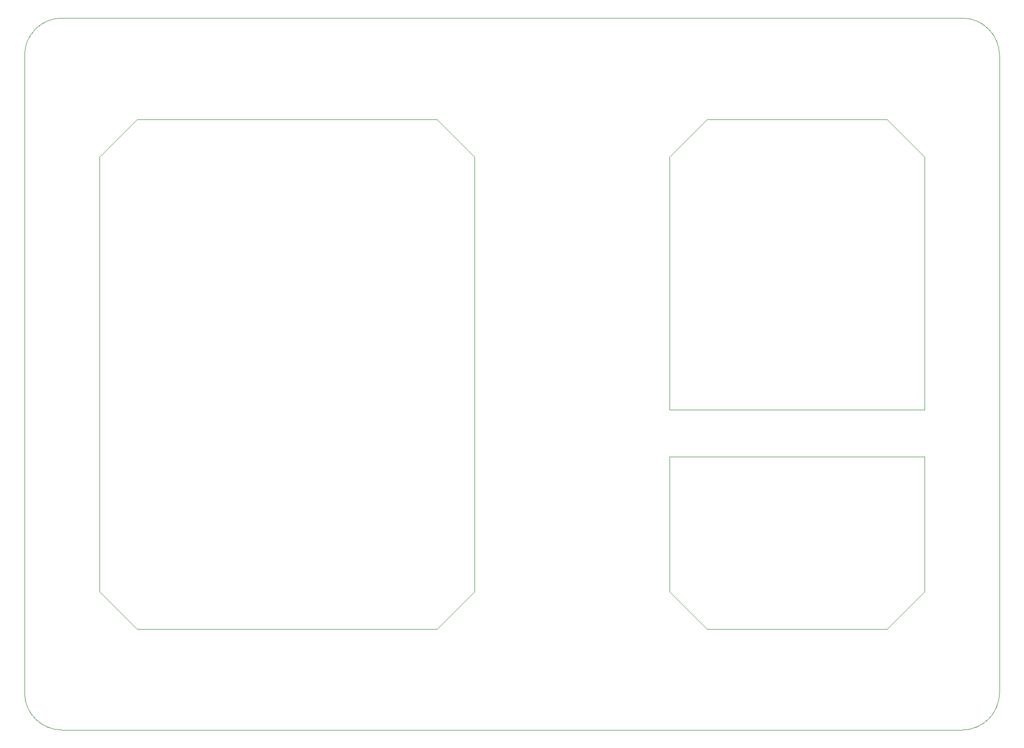
<source format=gbr>
%TF.GenerationSoftware,KiCad,Pcbnew,(6.0.9)*%
%TF.CreationDate,2023-01-27T20:31:41-09:00*%
%TF.ProjectId,IFEI,49464549-2e6b-4696-9361-645f70636258,rev?*%
%TF.SameCoordinates,Original*%
%TF.FileFunction,Profile,NP*%
%FSLAX46Y46*%
G04 Gerber Fmt 4.6, Leading zero omitted, Abs format (unit mm)*
G04 Created by KiCad (PCBNEW (6.0.9)) date 2023-01-27 20:31:41*
%MOMM*%
%LPD*%
G01*
G04 APERTURE LIST*
%TA.AperFunction,Profile*%
%ADD10C,0.050000*%
%TD*%
G04 APERTURE END LIST*
D10*
X220344999Y-106426000D02*
X220344999Y-129286000D01*
X220344999Y-129286000D02*
X213994999Y-135636000D01*
X177164999Y-129286000D02*
X177164999Y-106426000D01*
X183515000Y-49276000D02*
X213994999Y-49276000D01*
X177164999Y-106426000D02*
X220344999Y-106426000D01*
X220344999Y-55626000D02*
X220344999Y-98488500D01*
X80645000Y-129286000D02*
X80645000Y-55626000D01*
X177164999Y-55626000D02*
X183515000Y-49276000D01*
X220344999Y-98488500D02*
X177164999Y-98488500D01*
X213994999Y-135636000D02*
X183515000Y-135636000D01*
X213994999Y-49276000D02*
X220344999Y-55626000D01*
X183515000Y-135636000D02*
X177164999Y-129286000D01*
X177164999Y-98488500D02*
X177164999Y-55626000D01*
X67945000Y-146431000D02*
X67945000Y-38481000D01*
X226695000Y-152781000D02*
X74295000Y-152781000D01*
X74295000Y-32131001D02*
X226695000Y-32131001D01*
X233045000Y-38481000D02*
X233045000Y-146431000D01*
X86994999Y-135636000D02*
X80645000Y-129286000D01*
X144144999Y-129286000D02*
X137795000Y-135636000D01*
X80645000Y-55626000D02*
X86994999Y-49276000D01*
X86994999Y-49276000D02*
X137795000Y-49276000D01*
X137795000Y-49276000D02*
X144144999Y-55626000D01*
X144144999Y-55626000D02*
X144144999Y-129286000D01*
X137795000Y-135636000D02*
X86994999Y-135636000D01*
X226695000Y-152781000D02*
G75*
G03*
X233045000Y-146431000I0J6350000D01*
G01*
X233045000Y-38481000D02*
G75*
G03*
X226695000Y-32131000I-6350000J0D01*
G01*
X67945000Y-146431000D02*
G75*
G03*
X74295000Y-152781000I6350000J0D01*
G01*
X74295000Y-32131001D02*
G75*
G03*
X67945001Y-38481000I0J-6349999D01*
G01*
M02*

</source>
